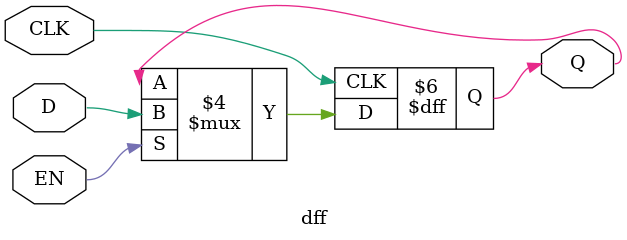
<source format=v>
`timescale 1ns / 1ps

module dff(
    input CLK,
    input EN,
    input D,
    output reg Q=0
    );
    
    always @(posedge CLK) begin
        if (EN == 1)
            Q <= D;
    end
    
endmodule

</source>
